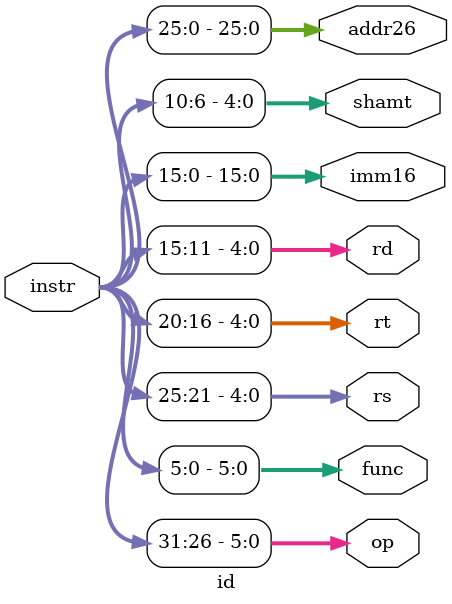
<source format=v>

`timescale 1ns / 1ps

module id(instr, op, func, rs, rt, rd, imm16, shamt, addr26);
    input [31:0] instr;
    output [5:0] op;
    output [5:0] func;
    output [4:0] rs, rt, rd;
    output [15:0] imm16;
    output [4:0] shamt;
    output [25:0] addr26;

    assign op = instr[31:26]; // Op = 6 bit
    assign rs = instr[25:21];
    assign rt = instr[20:16];
    assign rd = instr[15:11];
    assign shamt = instr[10:6];
    assign func = instr[5:0];

    assign imm16 = instr[15:0];

    assign addr26 = instr[25:0];
endmodule

</source>
